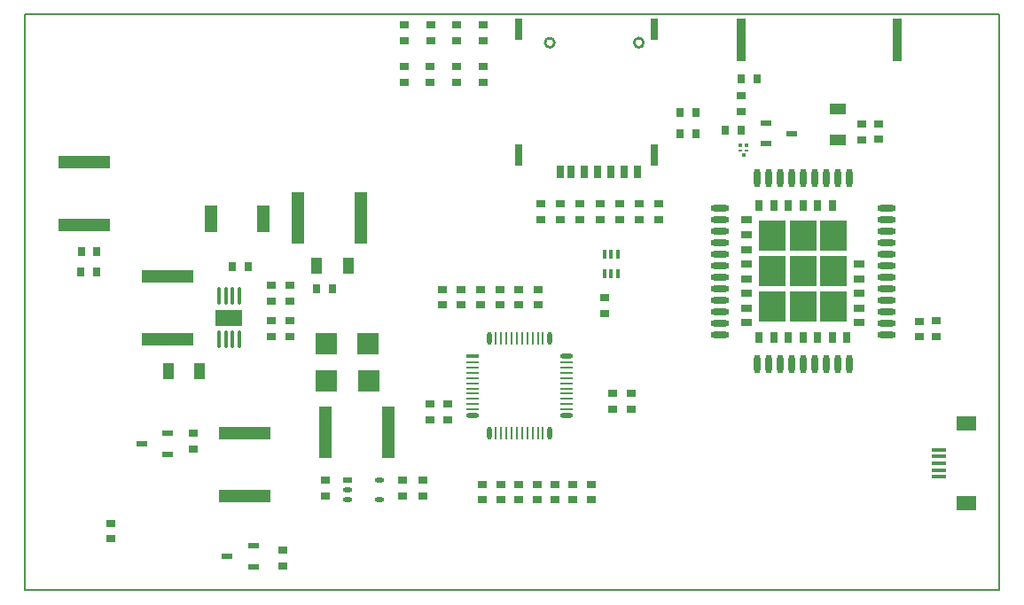
<source format=gtp>
%FSLAX25Y25*%
%MOIN*%
G70*
G01*
G75*
G04 Layer_Color=8421504*
%ADD10C,0.02000*%
%ADD11R,0.07874X0.07874*%
%ADD12R,0.03347X0.02756*%
%ADD13R,0.02756X0.08268*%
%ADD14R,0.02559X0.04843*%
%ADD15R,0.19685X0.05118*%
%ADD16R,0.04724X0.09843*%
%ADD17R,0.09843X0.05906*%
%ADD18O,0.01378X0.06890*%
%ADD19R,0.01378X0.01181*%
%ADD20R,0.01378X0.00984*%
%ADD21R,0.01181X0.01181*%
%ADD22O,0.04724X0.00984*%
%ADD23R,0.04724X0.01772*%
%ADD24O,0.04724X0.01772*%
%ADD25O,0.00984X0.04724*%
%ADD26O,0.01772X0.04724*%
%ADD27R,0.07480X0.05512*%
%ADD28R,0.05315X0.01654*%
%ADD29R,0.03937X0.03150*%
%ADD30R,0.03150X0.03937*%
%ADD31R,0.09843X0.11811*%
%ADD32O,0.07087X0.02362*%
%ADD33O,0.02362X0.07087*%
%ADD34O,0.03543X0.01969*%
%ADD35R,0.03543X0.01969*%
%ADD36O,0.03543X0.01969*%
%ADD37R,0.01575X0.03347*%
%ADD38R,0.03937X0.02362*%
%ADD39R,0.02756X0.03347*%
G04:AMPARAMS|DCode=40|XSize=35.43mil|YSize=157.48mil|CornerRadius=1.77mil|HoleSize=0mil|Usage=FLASHONLY|Rotation=0.000|XOffset=0mil|YOffset=0mil|HoleType=Round|Shape=RoundedRectangle|*
%AMROUNDEDRECTD40*
21,1,0.03543,0.15394,0,0,0.0*
21,1,0.03189,0.15748,0,0,0.0*
1,1,0.00354,0.01595,-0.07697*
1,1,0.00354,-0.01595,-0.07697*
1,1,0.00354,-0.01595,0.07697*
1,1,0.00354,0.01595,0.07697*
%
%ADD40ROUNDEDRECTD40*%
%ADD41R,0.05906X0.03937*%
%ADD42R,0.05118X0.19685*%
%ADD43R,0.03937X0.05906*%
%ADD44C,0.04000*%
%ADD45C,0.01000*%
%ADD46C,0.01500*%
%ADD47C,0.00800*%
%ADD48C,0.03000*%
%ADD49C,0.07000*%
%ADD50R,0.16830X0.03653*%
%ADD51C,0.00500*%
%ADD52C,0.05906*%
%ADD53R,0.05906X0.05906*%
%ADD54C,0.11811*%
%ADD55O,0.07874X0.15748*%
%ADD56C,0.03228*%
%ADD57R,0.05906X0.05906*%
%ADD58C,0.07874*%
%ADD59R,0.07874X0.07874*%
%ADD60O,0.11811X0.07874*%
%ADD61R,0.11811X0.07874*%
G04:AMPARAMS|DCode=62|XSize=51.18mil|YSize=173.23mil|CornerRadius=2.56mil|HoleSize=0mil|Usage=FLASHONLY|Rotation=0.000|XOffset=0mil|YOffset=0mil|HoleType=Round|Shape=RoundedRectangle|*
%AMROUNDEDRECTD62*
21,1,0.05118,0.16811,0,0,0.0*
21,1,0.04606,0.17323,0,0,0.0*
1,1,0.00512,0.02303,-0.08406*
1,1,0.00512,-0.02303,-0.08406*
1,1,0.00512,-0.02303,0.08406*
1,1,0.00512,0.02303,0.08406*
%
%ADD62ROUNDEDRECTD62*%
%ADD63C,0.03000*%
%ADD64C,0.04000*%
%ADD65C,0.02000*%
%ADD66C,0.06000*%
%ADD67R,0.03937X0.07087*%
%ADD68R,0.11811X0.08661*%
%ADD69C,0.00984*%
%ADD70C,0.02362*%
%ADD71C,0.00787*%
%ADD72C,0.00300*%
%ADD73C,0.00400*%
%ADD74C,0.00493*%
%ADD75C,0.00700*%
D11*
X73852Y-120500D02*
D03*
X89600D02*
D03*
X89448Y-106500D02*
D03*
X73700D02*
D03*
D12*
X132756Y13406D02*
D03*
Y7500D02*
D03*
X122856Y13406D02*
D03*
Y7500D02*
D03*
X112956Y13406D02*
D03*
Y7500D02*
D03*
X103056Y13406D02*
D03*
Y7500D02*
D03*
X303100Y-103805D02*
D03*
Y-97900D02*
D03*
X296656Y-103905D02*
D03*
Y-98000D02*
D03*
X152956Y-165300D02*
D03*
Y-159395D02*
D03*
X173356Y-159395D02*
D03*
Y-165300D02*
D03*
X159756Y-159395D02*
D03*
Y-165300D02*
D03*
X119256Y-129295D02*
D03*
Y-135200D02*
D03*
X153456Y-85994D02*
D03*
Y-91900D02*
D03*
X112600Y-135205D02*
D03*
Y-129300D02*
D03*
X166556Y-165300D02*
D03*
Y-159395D02*
D03*
X103100Y-2300D02*
D03*
Y-8206D02*
D03*
X112856Y-2300D02*
D03*
Y-8206D02*
D03*
X122756Y-2300D02*
D03*
Y-8206D02*
D03*
X117256Y-85994D02*
D03*
Y-91900D02*
D03*
X132656Y-2300D02*
D03*
Y-8206D02*
D03*
X124496Y-91900D02*
D03*
Y-85994D02*
D03*
X146216Y-85994D02*
D03*
Y-91900D02*
D03*
X132556Y-165300D02*
D03*
Y-159395D02*
D03*
X188556Y-125300D02*
D03*
Y-131205D02*
D03*
X131736Y-85994D02*
D03*
Y-91900D02*
D03*
X146156Y-165300D02*
D03*
Y-159395D02*
D03*
X181256Y-131100D02*
D03*
Y-125195D02*
D03*
X138976Y-91900D02*
D03*
Y-85994D02*
D03*
X139356Y-159395D02*
D03*
Y-165300D02*
D03*
X274956Y-23795D02*
D03*
Y-29700D02*
D03*
X281556Y-23695D02*
D03*
Y-29600D02*
D03*
X178300Y-89100D02*
D03*
Y-95006D02*
D03*
X198756Y-53800D02*
D03*
Y-59706D02*
D03*
X183989Y-53800D02*
D03*
Y-59706D02*
D03*
X176606Y-53800D02*
D03*
Y-59706D02*
D03*
X191373Y-53800D02*
D03*
Y-59706D02*
D03*
X169223Y-53800D02*
D03*
Y-59706D02*
D03*
X154456Y-53800D02*
D03*
Y-59706D02*
D03*
X161839Y-53800D02*
D03*
Y-59706D02*
D03*
X229600Y-19100D02*
D03*
Y-13194D02*
D03*
X60156Y-103706D02*
D03*
Y-97800D02*
D03*
X53034Y-103739D02*
D03*
Y-97833D02*
D03*
X60156Y-90500D02*
D03*
Y-84595D02*
D03*
X52934Y-90533D02*
D03*
Y-84628D02*
D03*
X57256Y-184200D02*
D03*
Y-190105D02*
D03*
X23700Y-146200D02*
D03*
Y-140295D02*
D03*
X73256Y-163805D02*
D03*
Y-157900D02*
D03*
X-7144Y-179900D02*
D03*
Y-173995D02*
D03*
X102400Y-157794D02*
D03*
Y-163700D02*
D03*
X110000Y-163706D02*
D03*
Y-157800D02*
D03*
D13*
X146029Y11702D02*
D03*
Y-35542D02*
D03*
X197171Y11702D02*
D03*
Y-35542D02*
D03*
D14*
X170596Y-41900D02*
D03*
X175596D02*
D03*
X180596D02*
D03*
X185596D02*
D03*
X190596D02*
D03*
X165596D02*
D03*
X161856D02*
D03*
D15*
X-17100Y-61922D02*
D03*
Y-38300D02*
D03*
X43000Y-163800D02*
D03*
Y-140178D02*
D03*
X14200Y-81200D02*
D03*
Y-104822D02*
D03*
D16*
X50056Y-59600D02*
D03*
X30371D02*
D03*
D17*
X37156Y-96702D02*
D03*
D18*
X33417Y-104872D02*
D03*
X35976D02*
D03*
X38535D02*
D03*
X41094D02*
D03*
X33417Y-88533D02*
D03*
X35976D02*
D03*
X38535D02*
D03*
X41094D02*
D03*
D19*
X231832Y-31857D02*
D03*
X229568D02*
D03*
D20*
X231832Y-33727D02*
D03*
X229568D02*
D03*
D21*
X230700Y-35400D02*
D03*
D22*
X128656Y-127279D02*
D03*
X164089Y-115469D02*
D03*
X164089Y-125311D02*
D03*
Y-119405D02*
D03*
Y-117437D02*
D03*
Y-121374D02*
D03*
Y-131217D02*
D03*
X128656Y-117437D02*
D03*
Y-123343D02*
D03*
X164089Y-113500D02*
D03*
X128656D02*
D03*
X164089Y-129248D02*
D03*
Y-127279D02*
D03*
Y-123343D02*
D03*
X128656Y-115469D02*
D03*
Y-121374D02*
D03*
Y-131217D02*
D03*
Y-125311D02*
D03*
Y-119405D02*
D03*
Y-129248D02*
D03*
D23*
Y-111138D02*
D03*
D24*
X164089D02*
D03*
Y-133579D02*
D03*
X128656D02*
D03*
D25*
X155231Y-140075D02*
D03*
X137514D02*
D03*
Y-104642D02*
D03*
X139483D02*
D03*
X141451D02*
D03*
X143420D02*
D03*
X145388D02*
D03*
X149325D02*
D03*
X151294D02*
D03*
X153262D02*
D03*
X151294Y-140075D02*
D03*
X139483D02*
D03*
X155231Y-104642D02*
D03*
X147357D02*
D03*
X153262Y-140075D02*
D03*
X145388D02*
D03*
X147357D02*
D03*
X143420D02*
D03*
X149325D02*
D03*
X141451D02*
D03*
D26*
X157593D02*
D03*
X135152Y-104642D02*
D03*
X157593D02*
D03*
X135152Y-140075D02*
D03*
D27*
X314487Y-136582D02*
D03*
Y-166504D02*
D03*
D28*
X303956Y-156618D02*
D03*
Y-146382D02*
D03*
Y-148941D02*
D03*
Y-154059D02*
D03*
Y-151500D02*
D03*
D29*
X274025Y-87523D02*
D03*
Y-98546D02*
D03*
X231892D02*
D03*
Y-93035D02*
D03*
Y-76499D02*
D03*
Y-65476D02*
D03*
Y-59964D02*
D03*
Y-70987D02*
D03*
Y-82011D02*
D03*
Y-87523D02*
D03*
X274025Y-76499D02*
D03*
Y-82011D02*
D03*
Y-93035D02*
D03*
D30*
X236423Y-104058D02*
D03*
X258470Y-54416D02*
D03*
X252958D02*
D03*
X236423D02*
D03*
X241935D02*
D03*
X247446D02*
D03*
X263982D02*
D03*
X241935Y-104058D02*
D03*
X247446D02*
D03*
X252958D02*
D03*
X258470D02*
D03*
X263982D02*
D03*
X269494D02*
D03*
D31*
X264376Y-79219D02*
D03*
X241541Y-65833D02*
D03*
X264376D02*
D03*
X252958D02*
D03*
X241541Y-79219D02*
D03*
X252958D02*
D03*
X241541Y-92605D02*
D03*
X264376D02*
D03*
X252958D02*
D03*
D32*
X284454Y-94376D02*
D03*
Y-103038D02*
D03*
Y-90046D02*
D03*
Y-85715D02*
D03*
Y-81384D02*
D03*
Y-77054D02*
D03*
Y-72723D02*
D03*
Y-68392D02*
D03*
Y-59731D02*
D03*
Y-55400D02*
D03*
X221856Y-98707D02*
D03*
Y-94376D02*
D03*
Y-90046D02*
D03*
Y-85715D02*
D03*
Y-81384D02*
D03*
Y-77054D02*
D03*
Y-72723D02*
D03*
Y-68392D02*
D03*
Y-64061D02*
D03*
Y-59731D02*
D03*
Y-55400D02*
D03*
Y-103038D02*
D03*
X284454Y-98707D02*
D03*
Y-64061D02*
D03*
D33*
X240163Y-114258D02*
D03*
X270478D02*
D03*
X266147D02*
D03*
X261816D02*
D03*
X257486D02*
D03*
X240163Y-44180D02*
D03*
X244494D02*
D03*
X248824D02*
D03*
X253155D02*
D03*
X257486D02*
D03*
X261816D02*
D03*
X266147D02*
D03*
X270478D02*
D03*
X235832Y-114258D02*
D03*
X244494D02*
D03*
X248824D02*
D03*
X253155D02*
D03*
X235832Y-44180D02*
D03*
D34*
X93667Y-165280D02*
D03*
X81856Y-161540D02*
D03*
Y-165280D02*
D03*
D35*
Y-157800D02*
D03*
D36*
X93667D02*
D03*
D37*
X183415Y-80142D02*
D03*
X180856Y-72858D02*
D03*
X183415D02*
D03*
X180856Y-80142D02*
D03*
X178297D02*
D03*
Y-72858D02*
D03*
D38*
X46256Y-190500D02*
D03*
X36413Y-186563D02*
D03*
X46256Y-182626D02*
D03*
X239000Y-23400D02*
D03*
X248843Y-27337D02*
D03*
X239000Y-31274D02*
D03*
X14100Y-148100D02*
D03*
X4258Y-144163D02*
D03*
X14100Y-140226D02*
D03*
D39*
X-18400Y-71956D02*
D03*
X-12494D02*
D03*
X70195Y-85800D02*
D03*
X76100D02*
D03*
X206700Y-19500D02*
D03*
X212606D02*
D03*
X206700Y-27500D02*
D03*
X212606D02*
D03*
X223694Y-26300D02*
D03*
X229600D02*
D03*
X235661Y-6800D02*
D03*
X229756D02*
D03*
X44424Y-77402D02*
D03*
X38519D02*
D03*
X-12600Y-79356D02*
D03*
X-18506D02*
D03*
D40*
X229756Y8000D02*
D03*
X288456Y7900D02*
D03*
D41*
X266056Y-29811D02*
D03*
Y-18000D02*
D03*
D42*
X86700Y-59200D02*
D03*
X63078D02*
D03*
X96956Y-139700D02*
D03*
X73334D02*
D03*
D43*
X14389Y-116900D02*
D03*
X26200D02*
D03*
X70217Y-77166D02*
D03*
X82028D02*
D03*
D45*
X193037Y6781D02*
G03*
X193037Y6781I-1772J0D01*
G01*
X159572D02*
G03*
X159572Y6781I-1772J0D01*
G01*
D51*
X-39500Y-199135D02*
Y17400D01*
Y-199135D02*
X326642D01*
Y17400D01*
X-39500D02*
X326642D01*
M02*

</source>
